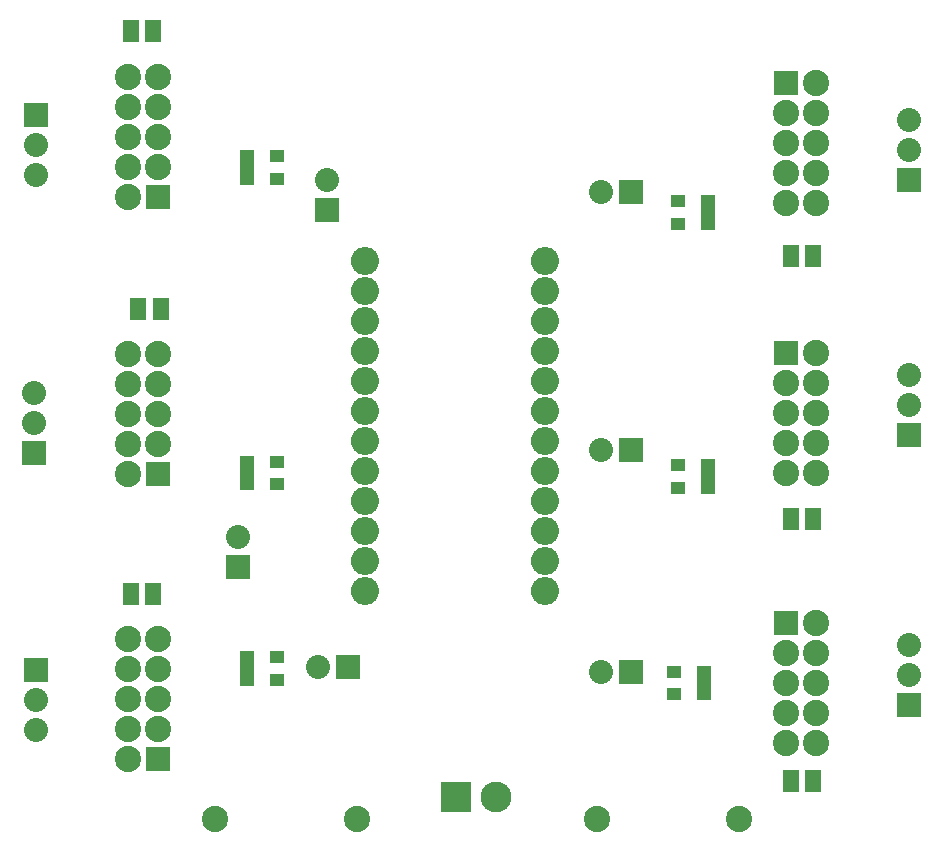
<source format=gbs>
G04 (created by PCBNEW (2013-mar-13)-testing) date jeu. 10 oct. 2013 21:07:33 CEST*
%MOIN*%
G04 Gerber Fmt 3.4, Leading zero omitted, Abs format*
%FSLAX34Y34*%
G01*
G70*
G90*
G04 APERTURE LIST*
%ADD10C,0.005906*%
%ADD11R,0.080000X0.080000*%
%ADD12C,0.087874*%
%ADD13C,0.080000*%
%ADD14O,0.094000X0.094000*%
%ADD15R,0.055000X0.075000*%
%ADD16R,0.050000X0.040000*%
%ADD17R,0.102677X0.102677*%
%ADD18C,0.102677*%
G04 APERTURE END LIST*
G54D10*
G54D11*
X84459Y-15986D03*
G54D12*
X85459Y-15986D03*
X84459Y-16986D03*
X85459Y-16986D03*
X84459Y-17986D03*
X85459Y-17986D03*
X84459Y-18986D03*
X85459Y-18986D03*
X84459Y-19986D03*
X85459Y-19986D03*
G54D11*
X88550Y-36700D03*
G54D13*
X88550Y-35700D03*
X88550Y-34700D03*
G54D11*
X88550Y-27700D03*
G54D13*
X88550Y-26700D03*
X88550Y-25700D03*
G54D11*
X88550Y-19200D03*
G54D13*
X88550Y-18200D03*
X88550Y-17200D03*
G54D11*
X59450Y-35550D03*
G54D13*
X59450Y-36550D03*
X59450Y-37550D03*
G54D11*
X59450Y-17050D03*
G54D13*
X59450Y-18050D03*
X59450Y-19050D03*
G54D11*
X63541Y-38514D03*
G54D12*
X62541Y-38514D03*
X63541Y-37514D03*
X62541Y-37514D03*
X63541Y-36514D03*
X62541Y-36514D03*
X63541Y-35514D03*
X62541Y-35514D03*
X63541Y-34514D03*
X62541Y-34514D03*
G54D11*
X63541Y-29014D03*
G54D12*
X62541Y-29014D03*
X63541Y-28014D03*
X62541Y-28014D03*
X63541Y-27014D03*
X62541Y-27014D03*
X63541Y-26014D03*
X62541Y-26014D03*
X63541Y-25014D03*
X62541Y-25014D03*
G54D11*
X63541Y-19764D03*
G54D12*
X62541Y-19764D03*
X63541Y-18764D03*
X62541Y-18764D03*
X63541Y-17764D03*
X62541Y-17764D03*
X63541Y-16764D03*
X62541Y-16764D03*
X63541Y-15764D03*
X62541Y-15764D03*
G54D11*
X84459Y-24986D03*
G54D12*
X85459Y-24986D03*
X84459Y-25986D03*
X85459Y-25986D03*
X84459Y-26986D03*
X85459Y-26986D03*
X84459Y-27986D03*
X85459Y-27986D03*
X84459Y-28986D03*
X85459Y-28986D03*
G54D11*
X84459Y-33986D03*
G54D12*
X85459Y-33986D03*
X84459Y-34986D03*
X85459Y-34986D03*
X84459Y-35986D03*
X85459Y-35986D03*
X84459Y-36986D03*
X85459Y-36986D03*
X84459Y-37986D03*
X85459Y-37986D03*
G54D14*
X70425Y-32900D03*
X70425Y-31900D03*
X70425Y-30900D03*
X70425Y-29900D03*
X70425Y-28900D03*
X70425Y-27900D03*
X70425Y-26900D03*
X70425Y-25900D03*
X70425Y-24900D03*
X70425Y-23900D03*
X70425Y-22900D03*
X70425Y-21900D03*
X76425Y-21900D03*
X76425Y-22900D03*
X76425Y-23900D03*
X76425Y-24900D03*
X76425Y-25900D03*
X76425Y-26900D03*
X76425Y-27900D03*
X76425Y-28900D03*
X76425Y-29900D03*
X76425Y-30900D03*
X76425Y-31900D03*
X76425Y-32900D03*
G54D15*
X62625Y-33000D03*
X63375Y-33000D03*
X62875Y-23500D03*
X63625Y-23500D03*
X62625Y-14250D03*
X63375Y-14250D03*
X85375Y-21750D03*
X84625Y-21750D03*
X85375Y-30500D03*
X84625Y-30500D03*
X85375Y-39250D03*
X84625Y-39250D03*
G54D16*
X66500Y-35875D03*
X66500Y-35125D03*
X67500Y-35875D03*
X66500Y-35500D03*
X67500Y-35125D03*
X66500Y-29350D03*
X66500Y-28600D03*
X67500Y-29350D03*
X66500Y-28975D03*
X67500Y-28600D03*
X66500Y-19175D03*
X66500Y-18425D03*
X67500Y-19175D03*
X66500Y-18800D03*
X67500Y-18425D03*
X81850Y-19925D03*
X81850Y-20675D03*
X80850Y-19925D03*
X81850Y-20300D03*
X80850Y-20675D03*
X81850Y-28725D03*
X81850Y-29475D03*
X80850Y-28725D03*
X81850Y-29100D03*
X80850Y-29475D03*
X81725Y-35600D03*
X81725Y-36350D03*
X80725Y-35600D03*
X81725Y-35975D03*
X80725Y-36350D03*
G54D17*
X73464Y-39767D03*
G54D18*
X74783Y-39767D03*
G54D11*
X69875Y-35450D03*
G54D13*
X68875Y-35450D03*
G54D11*
X66200Y-32100D03*
G54D13*
X66200Y-31100D03*
G54D11*
X69175Y-20225D03*
G54D13*
X69175Y-19225D03*
G54D11*
X79300Y-19600D03*
G54D13*
X78300Y-19600D03*
G54D11*
X79300Y-28200D03*
G54D13*
X78300Y-28200D03*
G54D11*
X79300Y-35600D03*
G54D13*
X78300Y-35600D03*
G54D11*
X59412Y-28300D03*
G54D13*
X59412Y-27300D03*
X59412Y-26300D03*
G54D12*
X70175Y-40500D03*
X65425Y-40500D03*
X78150Y-40525D03*
X82900Y-40525D03*
M02*

</source>
